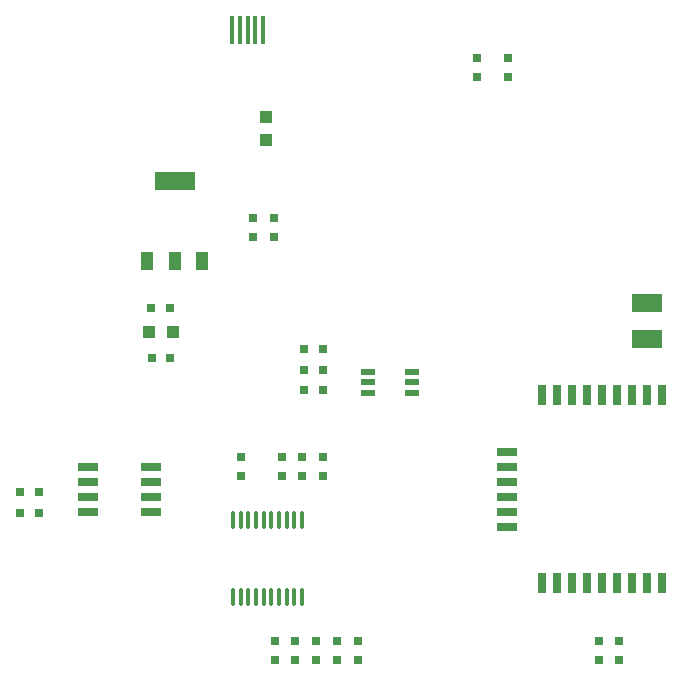
<source format=gtp>
%FSTAX23Y23*%
%MOIN*%
%SFA1B1*%

%IPPOS*%
%ADD30R,0.015748X0.094488*%
%ADD31R,0.031496X0.070000*%
%ADD32R,0.070000X0.031496*%
%ADD33R,0.030000X0.025000*%
%ADD34R,0.025000X0.030000*%
%ADD35R,0.098425X0.062992*%
%ADD36R,0.047244X0.023622*%
%ADD37R,0.043307X0.061024*%
%ADD38R,0.135827X0.061024*%
%ADD39R,0.043307X0.061024*%
%ADD40R,0.070866X0.031496*%
%ADD41R,0.043307X0.039370*%
%ADD42R,0.039370X0.043307*%
%ADD43O,0.011811X0.062992*%
%LNÎÂÊª¶È¹âÕÕ´«¸Ð-1*%
%LPD*%
G54D30*
X05917Y03852D03*
X05815D03*
X0584D03*
X05866D03*
X05891D03*
G54D31*
X07246Y0201D03*
X07196D03*
X07146D03*
X07096D03*
X07046D03*
X06996D03*
X06946D03*
X06896D03*
X06846D03*
Y02635D03*
X06896D03*
X06946D03*
X06996D03*
X07046D03*
X07096D03*
X07146D03*
X07196D03*
X07246D03*
G54D32*
X06731Y02197D03*
Y02247D03*
Y02297D03*
Y02347D03*
Y02397D03*
Y02447D03*
G54D33*
X05842Y02367D03*
Y02429D03*
X06735Y03698D03*
Y0376D03*
X06048Y02367D03*
Y02429D03*
X05981Y02367D03*
Y02429D03*
X07105Y01815D03*
Y01753D03*
X07037Y01815D03*
Y01753D03*
X06117Y02367D03*
Y02429D03*
X06165Y01753D03*
Y01815D03*
X06631Y0376D03*
Y03698D03*
X06234Y01815D03*
Y01753D03*
X05956Y01815D03*
Y01753D03*
X06094Y01815D03*
Y01753D03*
X06025D03*
Y01815D03*
X05884Y03226D03*
Y03164D03*
X05952Y03226D03*
Y03164D03*
G54D34*
X06117Y0272D03*
X06055D03*
X06054Y02652D03*
X06116D03*
X05546Y0276D03*
X05608D03*
X06117Y0279D03*
X06055D03*
X05606Y02927D03*
X05544D03*
X05169Y02313D03*
X05107D03*
X05169Y02243D03*
X05107D03*
G54D35*
X07196Y02824D03*
Y02942D03*
G54D36*
X06266Y02714D03*
Y02679D03*
Y02643D03*
X06415D03*
Y02679D03*
Y02714D03*
G54D37*
X05622Y03084D03*
X05712D03*
G54D38*
X05622Y03349D03*
G54D39*
X05531Y03084D03*
G54D40*
X05542Y02246D03*
Y02296D03*
Y02346D03*
X05335Y02396D03*
Y02246D03*
Y02296D03*
Y02346D03*
X05542Y02396D03*
G54D41*
X05927Y03485D03*
Y03564D03*
G54D42*
X05537Y02847D03*
X05616D03*
G54D43*
X06047Y0222D03*
X06021D03*
X05996D03*
X0597D03*
X05945D03*
X05919D03*
X05893D03*
X05868D03*
X05842D03*
X05817D03*
X06047Y01963D03*
X06021D03*
X05996D03*
X0597D03*
X05945D03*
X05919D03*
X05893D03*
X05868D03*
X05842D03*
X05817D03*
M02*
</source>
